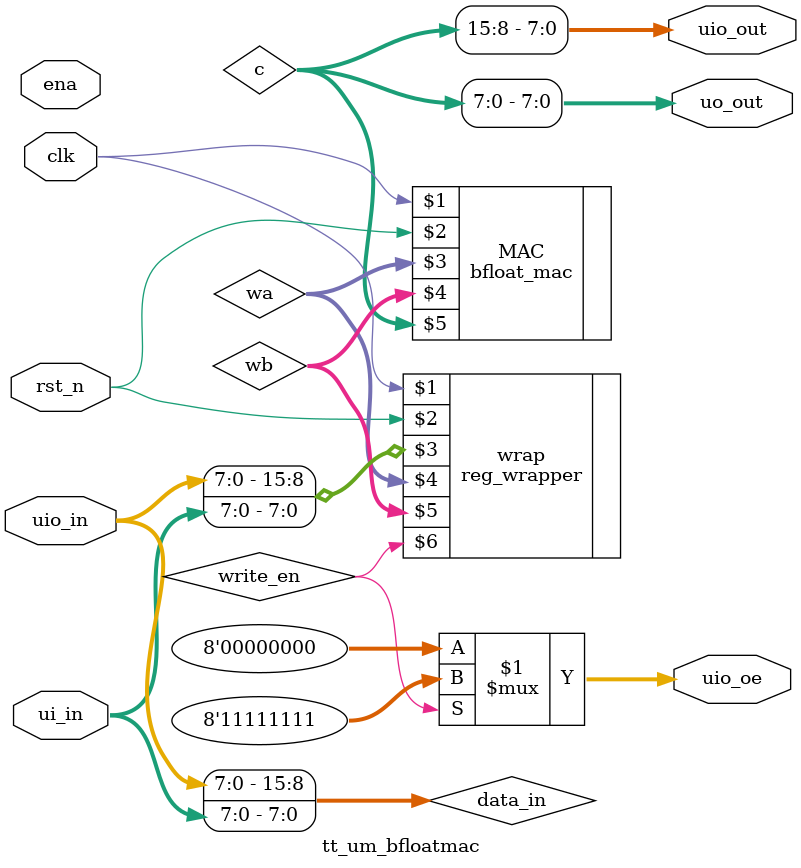
<source format=sv>
`timescale 1ns / 1ps


module tt_um_bfloatmac (
    input  wire [7:0] ui_in,    // Dedicated inputs
    output wire [7:0] uo_out,   // Dedicated outputs
    input  wire [7:0] uio_in,   // IOs: Input path
    output wire [7:0] uio_out,  // IOs: Output path
    output wire [7:0] uio_oe,   // IOs: Enable path (active high: 0=input, 1=output)
    input  wire       ena,      // will go high when the design is enabled
    input  wire       clk,      // clock
    input  wire       rst_n     // reset_n - low to reset
);

wire [15:0]data_in;
wire [15:0] c;
wire [15:0]wa,wb;
wire write_en;


assign uio_oe = write_en?8'b11111111:8'b00000000;


assign data_in = {uio_in,ui_in};


reg_wrapper wrap(clk,rst_n,data_in,wa,wb,write_en);
bfloat_mac MAC(clk,rst_n,wa,wb,c);


assign uio_out = c[15:8];
assign uo_out = c[7:0];
  // All output pins must be assigned. If not used, assign to 0.
  //assign uo_out  = ui_in + uio_in;  // Example: ou_out is the sum of ui_in and uio_in
  
endmodule


</source>
